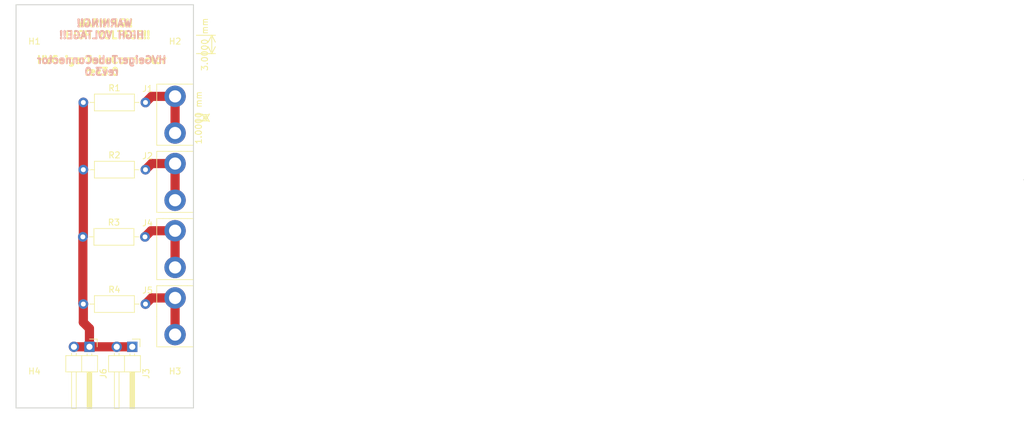
<source format=kicad_pcb>
(kicad_pcb (version 20210623) (generator pcbnew)
  (layers (0 "F.Cu" signal) (31 "B.Cu" signal) (34 "B.Paste" user) (35 "F.Paste" user) (36 "B.SilkS" user "B.Silkscreen") (37 "F.SilkS" user "F.Silkscreen") (38 "B.Mask" user) (39 "F.Mask" user) (44 "Edge.Cuts" user))
  (net 0 "")
  (net 1 "Net-(J1-Pad1)")
  (net 2 "Net-(J2-Pad1)")
  (net 3 "/HIGH_VOLTAGE")
  (net 4 "Net-(J4-Pad1)")
  (net 5 "Net-(J5-Pad1)")
  (footprint "MountingHole:MountingHole_3.5mm" (layer "F.Cu") (at 34 25)
    (fp_text reference "H1" (at 0 3) (layer "F.SilkS"))
    (fp_text value "MountingHole")
    (pad "1" np_thru_hole circle locked (at 0 0) (size 3.5 3.5) (drill 3.5) (layers *.Cu *.Mask))
  )
  (footprint "MountingHole:MountingHole_3.5mm" (layer "F.Cu") (at 57 25)
    (fp_text reference "H2" (at 0 3) (layer "F.SilkS"))
    (fp_text value "MountingHole")
    (pad "1" np_thru_hole circle locked (at 0 0) (size 3.5 3.5) (drill 3.5) (layers *.Cu *.Mask))
  )
  (footprint "MountingHole:MountingHole_3.5mm" (layer "F.Cu") (at 57 85)
    (fp_text reference "H3" (at 0 -3) (layer "F.SilkS"))
    (fp_text value "MountingHole")
    (pad "1" np_thru_hole circle locked (at 0 0) (size 3.5 3.5) (drill 3.5) (layers *.Cu *.Mask))
  )
  (footprint "MountingHole:MountingHole_3.5mm" (layer "F.Cu") (at 34 85)
    (fp_text reference "H4" (at 0 -3) (layer "F.SilkS"))
    (fp_text value "MountingHole")
    (pad "1" np_thru_hole circle locked (at 0 0) (size 3.5 3.5) (drill 3.5) (layers *.Cu *.Mask))
  )
  (footprint "HVGeigerTubeConnector:GeigerTubeConnector" (layer "F.Cu") (at 49 62 90)
    (fp_text reference "J4" (at 4.25 3.5) (layer "F.SilkS"))
    (fp_text value "Conn_01x01_Female")
    (fp_line (start 5 11) (end -5 11) (layer "F.SilkS") (width 0.12))
    (fp_line (start -5 5) (end 0 5) (layer "F.SilkS") (width 0.12))
    (fp_line (start 5 7) (end 5 8) (layer "F.SilkS") (width 0.12))
    (fp_line (start 5 8) (end 5 9) (layer "F.SilkS") (width 0.12))
    (fp_line (start 5 9) (end 5 10) (layer "F.SilkS") (width 0.12))
    (fp_line (start 5 10) (end 5 11) (layer "F.SilkS") (width 0.12))
    (fp_line (start 0 5) (end 5 5) (layer "F.SilkS") (width 0.12))
    (fp_line (start 5 6) (end 5 7) (layer "F.SilkS") (width 0.12))
    (fp_line (start 5 5) (end 5 6) (layer "F.SilkS") (width 0.12))
    (fp_line (start -5 11) (end -5 5) (layer "F.SilkS") (width 0.12))
    (pad "1" thru_hole circle (at 3 8 90) (size 3.5 3.5) (drill 2) (layers *.Cu *.Mask) (net 4 "Net-(J4-Pad1)"))
    (pad "1" thru_hole circle (at -3 8 90) (size 3.5 3.5) (drill 2) (layers *.Cu *.Mask) (net 4 "Net-(J4-Pad1)"))
  )
  (footprint "Resistor_THT:R_Axial_DIN0207_L6.3mm_D2.5mm_P10.16mm_Horizontal" (layer "F.Cu") (at 42 38)
    (fp_text reference "R1" (at 5.08 -2.37) (layer "F.SilkS"))
    (fp_text value "6M8")
    (fp_line (start 8.35 1.37) (end 8.35 -1.37) (layer "F.SilkS") (width 0.12))
    (fp_line (start 8.35 -1.37) (end 1.81 -1.37) (layer "F.SilkS") (width 0.12))
    (fp_line (start 1.81 -1.37) (end 1.81 1.37) (layer "F.SilkS") (width 0.12))
    (fp_line (start 1.04 0) (end 1.81 0) (layer "F.SilkS") (width 0.12))
    (fp_line (start 9.12 0) (end 8.35 0) (layer "F.SilkS") (width 0.12))
    (fp_line (start 1.81 1.37) (end 8.35 1.37) (layer "F.SilkS") (width 0.12))
    (pad "1" thru_hole circle locked (at 0 0) (size 1.6 1.6) (drill 0.8) (layers *.Cu *.Mask) (net 3 "/HIGH_VOLTAGE"))
    (pad "2" thru_hole oval locked (at 10.16 0) (size 1.6 1.6) (drill 0.8) (layers *.Cu *.Mask) (net 1 "Net-(J1-Pad1)"))
  )
  (footprint "Connector_PinHeader_2.54mm:PinHeader_1x02_P2.54mm_Horizontal" (layer "F.Cu") (at 43 78 -90)
    (fp_text reference "J6" (at 4.385 -2.27 90) (layer "F.SilkS"))
    (fp_text value "Conn_01x02_Male")
    (fp_line (start 4.1 2.16) (end 10.1 2.16) (layer "F.SilkS") (width 0.12))
    (fp_line (start 1.11 -0.38) (end 1.44 -0.38) (layer "F.SilkS") (width 0.12))
    (fp_line (start 10.1 2.16) (end 10.1 2.92) (layer "F.SilkS") (width 0.12))
    (fp_line (start 10.1 -0.38) (end 10.1 0.38) (layer "F.SilkS") (width 0.12))
    (fp_line (start 10.1 2.92) (end 4.1 2.92) (layer "F.SilkS") (width 0.12))
    (fp_line (start 4.1 3.87) (end 4.1 -1.33) (layer "F.SilkS") (width 0.12))
    (fp_line (start 1.042929 2.16) (end 1.44 2.16) (layer "F.SilkS") (width 0.12))
    (fp_line (start 4.1 0.16) (end 10.1 0.16) (layer "F.SilkS") (width 0.12))
    (fp_line (start 1.44 3.87) (end 4.1 3.87) (layer "F.SilkS") (width 0.12))
    (fp_line (start -1.27 -1.27) (end 0 -1.27) (layer "F.SilkS") (width 0.12))
    (fp_line (start 10.1 0.38) (end 4.1 0.38) (layer "F.SilkS") (width 0.12))
    (fp_line (start 1.042929 2.92) (end 1.44 2.92) (layer "F.SilkS") (width 0.12))
    (fp_line (start 4.1 -0.08) (end 10.1 -0.08) (layer "F.SilkS") (width 0.12))
    (fp_line (start -1.27 0) (end -1.27 -1.27) (layer "F.SilkS") (width 0.12))
    (fp_line (start 4.1 0.28) (end 10.1 0.28) (layer "F.SilkS") (width 0.12))
    (fp_line (start 4.1 -1.33) (end 1.44 -1.33) (layer "F.SilkS") (width 0.12))
    (fp_line (start 4.1 -0.2) (end 10.1 -0.2) (layer "F.SilkS") (width 0.12))
    (fp_line (start 1.11 0.38) (end 1.44 0.38) (layer "F.SilkS") (width 0.12))
    (fp_line (start 4.1 -0.32) (end 10.1 -0.32) (layer "F.SilkS") (width 0.12))
    (fp_line (start 4.1 -0.38) (end 10.1 -0.38) (layer "F.SilkS") (width 0.12))
    (fp_line (start 1.44 1.27) (end 4.1 1.27) (layer "F.SilkS") (width 0.12))
    (fp_line (start 4.1 0.04) (end 10.1 0.04) (layer "F.SilkS") (width 0.12))
    (fp_line (start 1.44 -1.33) (end 1.44 3.87) (layer "F.SilkS") (width 0.12))
    (pad "1" thru_hole rect locked (at 0 0 270) (size 1.7 1.7) (drill 1) (layers *.Cu *.Mask) (net 3 "/HIGH_VOLTAGE"))
    (pad "2" thru_hole oval locked (at 0 2.54 270) (size 1.7 1.7) (drill 1) (layers *.Cu *.Mask) (net 3 "/HIGH_VOLTAGE"))
  )
  (footprint "Connector_PinHeader_2.54mm:PinHeader_1x02_P2.54mm_Horizontal" (layer "F.Cu") (at 50 78 -90)
    (fp_text reference "J3" (at 4.385 -2.27 90) (layer "F.SilkS"))
    (fp_text value "Conn_01x02_Male")
    (fp_line (start 4.1 -0.32) (end 10.1 -0.32) (layer "F.SilkS") (width 0.12))
    (fp_line (start 10.1 0.38) (end 4.1 0.38) (layer "F.SilkS") (width 0.12))
    (fp_line (start 10.1 2.92) (end 4.1 2.92) (layer "F.SilkS") (width 0.12))
    (fp_line (start 10.1 2.16) (end 10.1 2.92) (layer "F.SilkS") (width 0.12))
    (fp_line (start 4.1 -0.2) (end 10.1 -0.2) (layer "F.SilkS") (width 0.12))
    (fp_line (start 4.1 0.28) (end 10.1 0.28) (layer "F.SilkS") (width 0.12))
    (fp_line (start 1.042929 2.92) (end 1.44 2.92) (layer "F.SilkS") (width 0.12))
    (fp_line (start -1.27 -1.27) (end 0 -1.27) (layer "F.SilkS") (width 0.12))
    (fp_line (start 4.1 -1.33) (end 1.44 -1.33) (layer "F.SilkS") (width 0.12))
    (fp_line (start 4.1 -0.38) (end 10.1 -0.38) (layer "F.SilkS") (width 0.12))
    (fp_line (start 1.042929 2.16) (end 1.44 2.16) (layer "F.SilkS") (width 0.12))
    (fp_line (start 4.1 2.16) (end 10.1 2.16) (layer "F.SilkS") (width 0.12))
    (fp_line (start 4.1 0.16) (end 10.1 0.16) (layer "F.SilkS") (width 0.12))
    (fp_line (start 4.1 3.87) (end 4.1 -1.33) (layer "F.SilkS") (width 0.12))
    (fp_line (start -1.27 0) (end -1.27 -1.27) (layer "F.SilkS") (width 0.12))
    (fp_line (start 10.1 -0.38) (end 10.1 0.38) (layer "F.SilkS") (width 0.12))
    (fp_line (start 4.1 -0.08) (end 10.1 -0.08) (layer "F.SilkS") (width 0.12))
    (fp_line (start 1.44 -1.33) (end 1.44 3.87) (layer "F.SilkS") (width 0.12))
    (fp_line (start 4.1 0.04) (end 10.1 0.04) (layer "F.SilkS") (width 0.12))
    (fp_line (start 1.11 -0.38) (end 1.44 -0.38) (layer "F.SilkS") (width 0.12))
    (fp_line (start 1.11 0.38) (end 1.44 0.38) (layer "F.SilkS") (width 0.12))
    (fp_line (start 1.44 3.87) (end 4.1 3.87) (layer "F.SilkS") (width 0.12))
    (fp_line (start 1.44 1.27) (end 4.1 1.27) (layer "F.SilkS") (width 0.12))
    (pad "1" thru_hole rect locked (at 0 0 270) (size 1.7 1.7) (drill 1) (layers *.Cu *.Mask) (net 3 "/HIGH_VOLTAGE"))
    (pad "2" thru_hole oval locked (at 0 2.54 270) (size 1.7 1.7) (drill 1) (layers *.Cu *.Mask) (net 3 "/HIGH_VOLTAGE"))
  )
  (footprint "Resistor_THT:R_Axial_DIN0207_L6.3mm_D2.5mm_P10.16mm_Horizontal" (layer "F.Cu") (at 42 49)
    (fp_text reference "R2" (at 5.08 -2.37) (layer "F.SilkS"))
    (fp_text value "6M8")
    (fp_line (start 1.81 1.37) (end 8.35 1.37) (layer "F.SilkS") (width 0.12))
    (fp_line (start 1.81 -1.37) (end 1.81 1.37) (layer "F.SilkS") (width 0.12))
    (fp_line (start 1.04 0) (end 1.81 0) (layer "F.SilkS") (width 0.12))
    (fp_line (start 9.12 0) (end 8.35 0) (layer "F.SilkS") (width 0.12))
    (fp_line (start 8.35 1.37) (end 8.35 -1.37) (layer "F.SilkS") (width 0.12))
    (fp_line (start 8.35 -1.37) (end 1.81 -1.37) (layer "F.SilkS") (width 0.12))
    (pad "1" thru_hole circle locked (at 0 0) (size 1.6 1.6) (drill 0.8) (layers *.Cu *.Mask) (net 3 "/HIGH_VOLTAGE"))
    (pad "2" thru_hole oval locked (at 10.16 0) (size 1.6 1.6) (drill 0.8) (layers *.Cu *.Mask) (net 2 "Net-(J2-Pad1)"))
  )
  (footprint "Resistor_THT:R_Axial_DIN0207_L6.3mm_D2.5mm_P10.16mm_Horizontal" (layer "F.Cu") (at 42 71)
    (fp_text reference "R4" (at 5.08 -2.37) (layer "F.SilkS"))
    (fp_text value "6M8")
    (fp_line (start 1.81 1.37) (end 8.35 1.37) (layer "F.SilkS") (width 0.12))
    (fp_line (start 1.04 0) (end 1.81 0) (layer "F.SilkS") (width 0.12))
    (fp_line (start 1.81 -1.37) (end 1.81 1.37) (layer "F.SilkS") (width 0.12))
    (fp_line (start 9.12 0) (end 8.35 0) (layer "F.SilkS") (width 0.12))
    (fp_line (start 8.35 1.37) (end 8.35 -1.37) (layer "F.SilkS") (width 0.12))
    (fp_line (start 8.35 -1.37) (end 1.81 -1.37) (layer "F.SilkS") (width 0.12))
    (pad "1" thru_hole circle locked (at 0 0) (size 1.6 1.6) (drill 0.8) (layers *.Cu *.Mask) (net 3 "/HIGH_VOLTAGE"))
    (pad "2" thru_hole oval locked (at 10.16 0) (size 1.6 1.6) (drill 0.8) (layers *.Cu *.Mask) (net 5 "Net-(J5-Pad1)"))
  )
  (footprint "HVGeigerTubeConnector:GeigerTubeConnector" (layer "F.Cu") (at 49 40 90)
    (fp_text reference "J1" (at 4.25 3.5) (layer "F.SilkS"))
    (fp_text value "Conn_01x01_Female")
    (fp_line (start -5 5) (end 0 5) (layer "F.SilkS") (width 0.12))
    (fp_line (start 5 5) (end 5 6) (layer "F.SilkS") (width 0.12))
    (fp_line (start 5 9) (end 5 10) (layer "F.SilkS") (width 0.12))
    (fp_line (start 5 8) (end 5 9) (layer "F.SilkS") (width 0.12))
    (fp_line (start 5 6) (end 5 7) (layer "F.SilkS") (width 0.12))
    (fp_line (start 5 10) (end 5 11) (layer "F.SilkS") (width 0.12))
    (fp_line (start 5 11) (end -5 11) (layer "F.SilkS") (width 0.12))
    (fp_line (start 5 7) (end 5 8) (layer "F.SilkS") (width 0.12))
    (fp_line (start -5 11) (end -5 5) (layer "F.SilkS") (width 0.12))
    (fp_line (start 0 5) (end 5 5) (layer "F.SilkS") (width 0.12))
    (pad "1" thru_hole circle (at -3 8 90) (size 3.5 3.5) (drill 2) (layers *.Cu *.Mask) (net 1 "Net-(J1-Pad1)"))
    (pad "1" thru_hole circle (at 3 8 90) (size 3.5 3.5) (drill 2) (layers *.Cu *.Mask) (net 1 "Net-(J1-Pad1)"))
  )
  (footprint "HVGeigerTubeConnector:GeigerTubeConnector" (layer "F.Cu") (at 49 73 90)
    (fp_text reference "J5" (at 4.25 3.5) (layer "F.SilkS"))
    (fp_text value "Conn_01x01_Female")
    (fp_line (start 5 5) (end 5 6) (layer "F.SilkS") (width 0.12))
    (fp_line (start 5 9) (end 5 10) (layer "F.SilkS") (width 0.12))
    (fp_line (start 0 5) (end 5 5) (layer "F.SilkS") (width 0.12))
    (fp_line (start -5 11) (end -5 5) (layer "F.SilkS") (width 0.12))
    (fp_line (start 5 11) (end -5 11) (layer "F.SilkS") (width 0.12))
    (fp_line (start 5 10) (end 5 11) (layer "F.SilkS") (width 0.12))
    (fp_line (start 5 6) (end 5 7) (layer "F.SilkS") (width 0.12))
    (fp_line (start 5 7) (end 5 8) (layer "F.SilkS") (width 0.12))
    (fp_line (start 5 8) (end 5 9) (layer "F.SilkS") (width 0.12))
    (fp_line (start -5 5) (end 0 5) (layer "F.SilkS") (width 0.12))
    (pad "1" thru_hole circle (at -3 8 90) (size 3.5 3.5) (drill 2) (layers *.Cu *.Mask) (net 5 "Net-(J5-Pad1)"))
    (pad "1" thru_hole circle (at 3 8 90) (size 3.5 3.5) (drill 2) (layers *.Cu *.Mask) (net 5 "Net-(J5-Pad1)"))
  )
  (footprint "HVGeigerTubeConnector:GeigerTubeConnector" (layer "F.Cu") (at 49 51 90)
    (fp_text reference "J2" (at 4.25 3.5) (layer "F.SilkS"))
    (fp_text value "Conn_01x01_Female")
    (fp_line (start 5 8) (end 5 9) (layer "F.SilkS") (width 0.12))
    (fp_line (start 5 7) (end 5 8) (layer "F.SilkS") (width 0.12))
    (fp_line (start -5 5) (end 0 5) (layer "F.SilkS") (width 0.12))
    (fp_line (start 5 11) (end -5 11) (layer "F.SilkS") (width 0.12))
    (fp_line (start 0 5) (end 5 5) (layer "F.SilkS") (width 0.12))
    (fp_line (start 5 5) (end 5 6) (layer "F.SilkS") (width 0.12))
    (fp_line (start 5 9) (end 5 10) (layer "F.SilkS") (width 0.12))
    (fp_line (start -5 11) (end -5 5) (layer "F.SilkS") (width 0.12))
    (fp_line (start 5 10) (end 5 11) (layer "F.SilkS") (width 0.12))
    (fp_line (start 5 6) (end 5 7) (layer "F.SilkS") (width 0.12))
    (pad "1" thru_hole circle (at -3 8 90) (size 3.5 3.5) (drill 2) (layers *.Cu *.Mask) (net 2 "Net-(J2-Pad1)"))
    (pad "1" thru_hole circle (at 3 8 90) (size 3.5 3.5) (drill 2) (layers *.Cu *.Mask) (net 2 "Net-(J2-Pad1)"))
  )
  (footprint "Resistor_THT:R_Axial_DIN0207_L6.3mm_D2.5mm_P10.16mm_Horizontal" (layer "F.Cu") (at 41.92 60)
    (fp_text reference "R3" (at 5.08 -2.37) (layer "F.SilkS"))
    (fp_text value "6M8")
    (fp_line (start 1.81 1.37) (end 8.35 1.37) (layer "F.SilkS") (width 0.12))
    (fp_line (start 8.35 -1.37) (end 1.81 -1.37) (layer "F.SilkS") (width 0.12))
    (fp_line (start 8.35 1.37) (end 8.35 -1.37) (layer "F.SilkS") (width 0.12))
    (fp_line (start 1.04 0) (end 1.81 0) (layer "F.SilkS") (width 0.12))
    (fp_line (start 9.12 0) (end 8.35 0) (layer "F.SilkS") (width 0.12))
    (fp_line (start 1.81 -1.37) (end 1.81 1.37) (layer "F.SilkS") (width 0.12))
    (pad "1" thru_hole circle locked (at 0 0) (size 1.6 1.6) (drill 0.8) (layers *.Cu *.Mask) (net 3 "/HIGH_VOLTAGE"))
    (pad "2" thru_hole oval locked (at 10.16 0) (size 1.6 1.6) (drill 0.8) (layers *.Cu *.Mask) (net 4 "Net-(J4-Pad1)"))
  )
  (gr_line (start 31 88) (end 60 88) (layer "Edge.Cuts") (width 0.15))
  (gr_line (start 31 88) (end 31 22) (layer "Edge.Cuts") (width 0.15))
  (gr_line (start 31 22) (end 60 22) (layer "Edge.Cuts") (width 0.15))
  (gr_line (start 60 22) (end 60 88) (layer "Edge.Cuts") (width 0.15))
  (gr_line (start 195.756 50.656) (end 195.756 50.656) (layer "Edge.Cuts") (width 0.15))
  (gr_text "WARNING!! \nHIGH VOLTAGE!!" (at 45 26) (layer "B.SilkS") (effects (font (size 1.2 1.2) (thickness 0.3)) (justify mirror)))
  (gr_text "HVGeigerTubeConnector\nrev3.0" (at 45 32) (layer "B.SilkS") (effects (font (size 1.2 1.2) (thickness 0.3)) (justify mirror)))
  (gr_text "HVGeigerTubeConnector\nrev3.0" (at 45 32) (layer "F.SilkS") (effects (font (size 1.2 1.2) (thickness 0.3))))
  (gr_text "WARNING!! \nHIGH VOLTAGE!!" (at 46 26) (layer "F.SilkS") (effects (font (size 1.2 1.2) (thickness 0.3))))
  (dimension (type aligned) (layer "F.SilkS") (pts (xy 60 30) (xy 60 27)) (height 3) (gr_text "3.0000 mm" (at 61.85 28.5 90) (layer "F.SilkS") (effects (font (size 1 1) (thickness 0.15)))) (format (units 3) (units_format 1) (precision 4)) (style (thickness 0.15) (arrow_length 1.27) (text_position_mode 0) (extension_height 0.58642) (extension_offset 0.5) keep_text_aligned))
  (dimension (type aligned) (layer "F.SilkS") (pts (xy 60 40) (xy 60 41)) (height -2) (gr_text "1.0000 mm" (at 60.85 40.5 90) (layer "F.SilkS") (effects (font (size 1 1) (thickness 0.15)))) (format (units 3) (units_format 1) (precision 4)) (style (thickness 0.15) (arrow_length 1.27) (text_position_mode 0) (extension_height 0.58642) (extension_offset 0.5) keep_text_aligned))
  (segment (start 57 43) (end 57 37) (width 1.5) (layer "F.Cu") (net 1))
  (segment (start 57 37) (end 53.16 37) (width 1.5) (layer "F.Cu") (net 1))
  (segment (start 53.16 37) (end 52.16 38) (width 1.5) (layer "F.Cu") (net 1))
  (segment (start 57 48) (end 53.16 48) (width 1.5) (layer "F.Cu") (net 2))
  (segment (start 57 54) (end 57 48) (width 1.5) (layer "F.Cu") (net 2))
  (segment (start 53.16 48) (end 52.16 49) (width 1.5) (layer "F.Cu") (net 2))
  (segment (start 50 78) (end 47.46 78) (width 1.5) (layer "F.Cu") (net 3))
  (segment (start 42 38) (end 42 49) (width 1.5) (layer "F.Cu") (net 3))
  (segment (start 47.46 78) (end 43 78) (width 1.5) (layer "F.Cu") (net 3))
  (segment (start 42 71) (end 42 74) (width 1.5) (layer "F.Cu") (net 3))
  (segment (start 42 59.92) (end 41.92 60) (width 1.5) (layer "F.Cu") (net 3))
  (segment (start 42 74) (end 43 75) (width 1.5) (layer "F.Cu") (net 3))
  (segment (start 41.92 60) (end 41.92 70.92) (width 1.5) (layer "F.Cu") (net 3))
  (segment (start 43 78) (end 40.46 78) (width 1.5) (layer "F.Cu") (net 3))
  (segment (start 41.92 70.92) (end 42 71) (width 1.5) (layer "F.Cu") (net 3))
  (segment (start 42 49) (end 42 59.92) (width 1.5) (layer "F.Cu") (net 3))
  (segment (start 43 75) (end 43 78) (width 1.5) (layer "F.Cu") (net 3))
  (segment (start 57 59) (end 53.08 59) (width 1.5) (layer "F.Cu") (net 4))
  (segment (start 53.08 59) (end 52.08 60) (width 1.5) (layer "F.Cu") (net 4))
  (segment (start 57 65) (end 57 59) (width 1.5) (layer "F.Cu") (net 4))
  (segment (start 53.16 70) (end 52.16 71) (width 1.5) (layer "F.Cu") (net 5))
  (segment (start 57 70) (end 53.16 70) (width 1.5) (layer "F.Cu") (net 5))
  (segment (start 57 76) (end 57 70) (width 1.5) (layer "F.Cu") (net 5))
)
</source>
